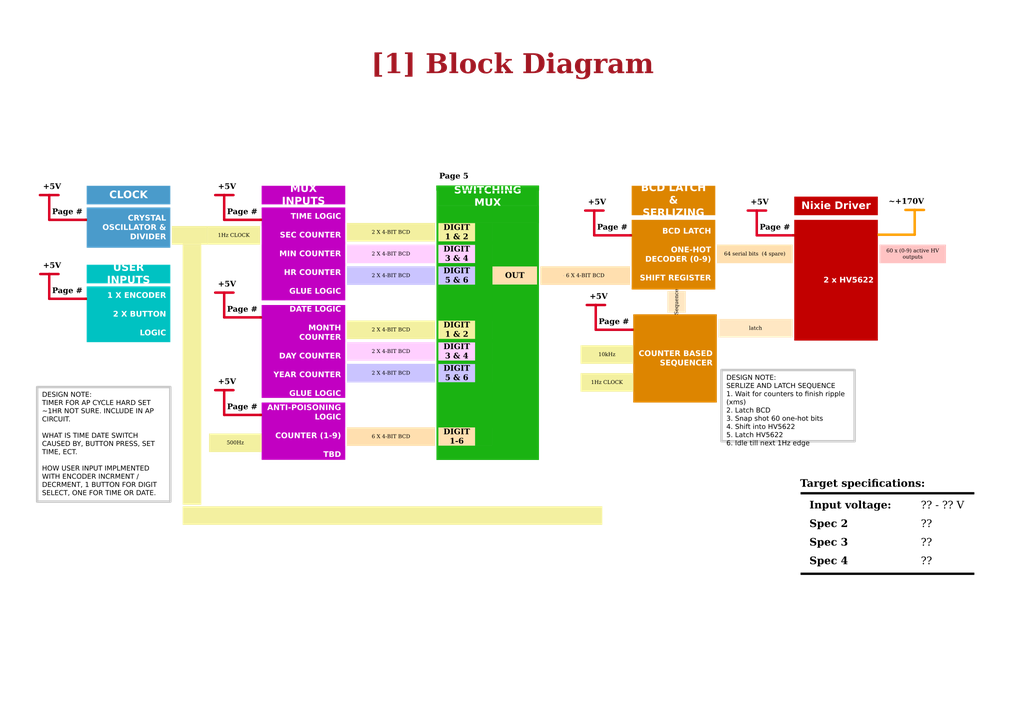
<source format=kicad_sch>
(kicad_sch
	(version 20250114)
	(generator "eeschema")
	(generator_version "9.0")
	(uuid "d4440dba-022e-49b2-97f2-6fc1871c7304")
	(paper "A3")
	(title_block
		(title "Block Diagram")
		(date "2025-01-12")
		(rev "${REVISION}")
		(company "${COMPANY}")
	)
	(lib_symbols)
	(rectangle
		(start 258.445 96.139)
		(end 259.08 96.901)
		(stroke
			(width 0.25)
			(type solid)
			(color 194 0 0 1)
		)
		(fill
			(type color)
			(color 194 0 0 1)
		)
		(uuid 06a90da7-9a86-4843-9c8a-d187caf814ab)
	)
	(rectangle
		(start -42.418 63.119)
		(end -41.783 63.881)
		(stroke
			(width 0.25)
			(type solid)
			(color 255 153 0 1)
		)
		(fill
			(type color)
			(color 255 153 0 1)
		)
		(uuid 12a8f300-c059-4689-9da2-e775c9b7b222)
	)
	(rectangle
		(start 201.93 116.84)
		(end 220.345 183.515)
		(stroke
			(width 0)
			(type default)
			(color 26 179 18 1)
		)
		(fill
			(type color)
			(color 26 179 18 1)
		)
		(uuid 184d4c8d-69e2-411d-8aa5-786395eeddab)
	)
	(rectangle
		(start 179.07 76.2)
		(end 220.98 78.105)
		(stroke
			(width 0.254)
			(type default)
			(color 26 179 18 1)
		)
		(fill
			(type color)
			(color 26 179 18 1)
		)
		(uuid 1c38ab9f-78ac-4525-a905-692b68e0d7be)
	)
	(rectangle
		(start 34.925 122.174)
		(end 35.56 122.936)
		(stroke
			(width 0.25)
			(type solid)
			(color 194 0 0 1)
		)
		(fill
			(type color)
			(color 194 0 0 1)
		)
		(uuid 1ce6bc3d-6cf6-426b-aac5-6f63634d0420)
	)
	(rectangle
		(start 360.045 95.885)
		(end 360.68 96.647)
		(stroke
			(width 0.25)
			(type solid)
			(color 255 153 0 1)
		)
		(fill
			(type color)
			(color 255 153 0 1)
		)
		(uuid 273dad30-1f13-4382-9856-ea5127a4a64b)
	)
	(rectangle
		(start 179.705 116.84)
		(end 220.345 131.445)
		(stroke
			(width 0)
			(type default)
			(color 26 179 18 1)
		)
		(fill
			(type color)
			(color 26 179 18 1)
		)
		(uuid 33939e83-1742-40c8-b78d-5af3b914ab31)
	)
	(rectangle
		(start -59.055 179.959)
		(end -58.42 180.721)
		(stroke
			(width 0.25)
			(type default)
			(color 162 155 0 1)
		)
		(fill
			(type color)
			(color 162 155 0 1)
		)
		(uuid 3b840477-c973-44d9-8a43-b3feac50c6bc)
	)
	(rectangle
		(start 220.345 76.2)
		(end 220.98 188.595)
		(stroke
			(width 0)
			(type default)
			(color 26 179 18 1)
		)
		(fill
			(type color)
			(color 26 179 18 1)
		)
		(uuid 43ad7506-e0d7-49b6-972c-517451df1dd9)
	)
	(rectangle
		(start -73.787 63.119)
		(end -73.152 63.881)
		(stroke
			(width 0.25)
			(type solid)
			(color 194 0 194 1)
		)
		(fill
			(type color)
			(color 194 0 194 1)
		)
		(uuid 4c6cb9bc-6ebc-49a3-893d-9406d03eb74b)
	)
	(rectangle
		(start 179.705 182.88)
		(end 220.345 188.595)
		(stroke
			(width 0)
			(type default)
			(color 26 179 18 1)
		)
		(fill
			(type color)
			(color 26 179 18 1)
		)
		(uuid 5b8a041f-77a3-4fa3-8060-556bb091b3c3)
	)
	(rectangle
		(start 106.68 169.799)
		(end 107.315 170.561)
		(stroke
			(width 0.25)
			(type solid)
			(color 194 0 0 1)
		)
		(fill
			(type color)
			(color 194 0 0 1)
		)
		(uuid 68b86a88-9a2a-4b84-96e0-774369b298d9)
	)
	(rectangle
		(start 259.08 134.874)
		(end 259.715 135.636)
		(stroke
			(width 0.25)
			(type solid)
			(color 194 0 0 1)
		)
		(fill
			(type color)
			(color 194 0 0 1)
		)
		(uuid 69dc4566-730b-4a9b-a2a7-5343808baa86)
	)
	(rectangle
		(start -73.025 74.93)
		(end -42.545 90.17)
		(stroke
			(width 0)
			(type default)
			(color 255 200 0 0.5019607843)
		)
		(fill
			(type color)
			(color 255 200 0 0.5019607843)
		)
		(uuid 6d27083e-baf9-459e-b0dc-430395e74362)
	)
	(rectangle
		(start 34.925 89.789)
		(end 35.56 90.551)
		(stroke
			(width 0.25)
			(type solid)
			(color 194 0 0 1)
		)
		(fill
			(type color)
			(color 194 0 0 1)
		)
		(uuid 70402685-b75b-4b36-9a72-62f7d7d97bb6)
	)
	(rectangle
		(start 179.705 107.95)
		(end 220.345 109.22)
		(stroke
			(width 0)
			(type default)
			(color 26 179 18 1)
		)
		(fill
			(type color)
			(color 26 179 18 1)
		)
		(uuid 74c5f5ac-510e-4c99-8e0e-ca2d145a7687)
	)
	(rectangle
		(start 194.945 91.44)
		(end 201.93 182.88)
		(stroke
			(width 0)
			(type default)
			(color 26 179 18 1)
		)
		(fill
			(type color)
			(color 26 179 18 1)
		)
		(uuid 79f3f361-d24a-482c-aac4-fcbedc64941e)
	)
	(rectangle
		(start 179.705 147.955)
		(end 220.345 149.225)
		(stroke
			(width 0)
			(type default)
			(color 26 179 18 1)
		)
		(fill
			(type color)
			(color 26 179 18 1)
		)
		(uuid 805cb107-c99d-4c0b-abe8-aaa26bb57a4d)
	)
	(rectangle
		(start -80.645 48.26)
		(end -34.925 96.52)
		(stroke
			(width 1.27)
			(type default)
			(color 200 200 200 1)
		)
		(fill
			(type none)
		)
		(uuid 897139e0-9c3f-4923-b42e-05cc6d59978b)
	)
	(rectangle
		(start -90.043 85.09)
		(end -89.027 85.852)
		(stroke
			(width 0.001)
			(type default)
			(color 0 0 0 1)
		)
		(fill
			(type color)
			(color 0 0 0 1)
		)
		(uuid 8fb245d6-696e-46a9-aee0-fc71b1bd2811)
	)
	(rectangle
		(start -73.787 82.169)
		(end -73.152 82.931)
		(stroke
			(width 0.25)
			(type solid)
			(color 194 0 194 1)
		)
		(fill
			(type color)
			(color 194 0 194 1)
		)
		(uuid 926c14cd-51d6-4183-83aa-3acd3f364634)
	)
	(rectangle
		(start 328.422 234.95)
		(end 399.542 235.712)
		(stroke
			(width 0)
			(type default)
			(color 0 0 0 1)
		)
		(fill
			(type color)
			(color 0 0 0 1)
		)
		(uuid 96358351-64fb-49b9-98d4-c975a586b1c3)
	)
	(rectangle
		(start 179.705 139.065)
		(end 220.345 140.335)
		(stroke
			(width 0)
			(type default)
			(color 26 179 18 1)
		)
		(fill
			(type color)
			(color 26 179 18 1)
		)
		(uuid 9f003ee0-d678-41c9-8943-8984c9b88122)
	)
	(rectangle
		(start 179.705 156.845)
		(end 220.345 175.26)
		(stroke
			(width 0)
			(type default)
			(color 26 179 18 1)
		)
		(fill
			(type color)
			(color 26 179 18 1)
		)
		(uuid a0829d77-6f0d-4b5f-a234-3cb3747f5655)
	)
	(rectangle
		(start -42.418 82.169)
		(end -41.783 82.931)
		(stroke
			(width 0.25)
			(type default)
			(color 212 0 32 1)
		)
		(fill
			(type color)
			(color 212 0 32 1)
		)
		(uuid b511ed02-73dc-4aca-8856-32e3a0e7b2bd)
	)
	(rectangle
		(start 106.68 129.794)
		(end 107.315 130.556)
		(stroke
			(width 0.25)
			(type solid)
			(color 194 0 0 1)
		)
		(fill
			(type color)
			(color 194 0 0 1)
		)
		(uuid b9f2e5ef-b700-4338-83f0-642e7313af39)
	)
	(circle
		(center -89.535 82.55)
		(radius 1.016)
		(stroke
			(width 0)
			(type default)
			(color 198 71 194 1)
		)
		(fill
			(type color)
			(color 198 71 194 1)
		)
		(uuid c30887ce-e8b0-4e61-8035-f856b5a10339)
	)
	(rectangle
		(start 328.422 201.93)
		(end 399.542 202.692)
		(stroke
			(width 0)
			(type default)
			(color 0 0 0 1)
		)
		(fill
			(type color)
			(color 0 0 0 1)
		)
		(uuid ca4906af-4562-456f-b79d-f6f2c9056c36)
	)
	(rectangle
		(start -73.025 55.88)
		(end -42.545 71.12)
		(stroke
			(width 0)
			(type default)
			(color 255 200 0 0.5019607843)
		)
		(fill
			(type color)
			(color 255 200 0 0.5019607843)
		)
		(uuid d13c4f55-d46a-439a-a208-cbdf66d39a09)
	)
	(rectangle
		(start 179.705 99.06)
		(end 220.345 100.33)
		(stroke
			(width 0)
			(type default)
			(color 26 179 18 1)
		)
		(fill
			(type color)
			(color 26 179 18 1)
		)
		(uuid d638a22e-ba23-482a-bc2c-e646a4f2119d)
	)
	(rectangle
		(start 179.07 76.2)
		(end 179.705 188.595)
		(stroke
			(width 0)
			(type default)
			(color 26 179 18 1)
		)
		(fill
			(type color)
			(color 26 179 18 1)
		)
		(uuid dc9ef58a-3544-4871-98b7-f59b2deb6c2b)
	)
	(rectangle
		(start 201.93 91.44)
		(end 220.345 107.95)
		(stroke
			(width 0)
			(type default)
			(color 26 179 18 1)
		)
		(fill
			(type color)
			(color 26 179 18 1)
		)
		(uuid e30c19e9-67d6-4732-9ed7-5e02fda8622b)
	)
	(arc
		(start 231.14 113.03)
		(mid 231.14 113.03)
		(end 231.14 113.03)
		(stroke
			(width 0)
			(type default)
		)
		(fill
			(type none)
		)
		(uuid e91c3dd4-8c48-4760-b3e6-fb8a0aaf30fa)
	)
	(rectangle
		(start 325.12 96.139)
		(end 325.755 96.901)
		(stroke
			(width 0.25)
			(type solid)
			(color 194 0 0 1)
		)
		(fill
			(type color)
			(color 194 0 0 1)
		)
		(uuid eb924bb9-d4a1-48f0-8e8b-19adc91e1f01)
	)
	(rectangle
		(start 106.68 89.789)
		(end 107.315 90.551)
		(stroke
			(width 0.25)
			(type solid)
			(color 194 0 0 1)
		)
		(fill
			(type color)
			(color 194 0 0 1)
		)
		(uuid f29c5093-d601-4cf9-930c-aa7a1d80ce89)
	)
	(rectangle
		(start 179.705 84.455)
		(end 220.98 91.44)
		(stroke
			(width 0)
			(type default)
			(color 26 179 18 1)
		)
		(fill
			(type color)
			(color 26 179 18 1)
		)
		(uuid f6ac3050-3d82-4a34-858d-91b5402f431f)
	)
	(circle
		(center -89.535 63.5)
		(radius 1.016)
		(stroke
			(width 0)
			(type default)
			(color 198 71 194 1)
		)
		(fill
			(type color)
			(color 198 71 194 1)
		)
		(uuid fb962045-e3ad-427d-8e13-7189ce103507)
	)
	(text "+5V"
		(exclude_from_sim no)
		(at 241.173 85.09 0)
		(effects
			(font
				(face "Times New Roman")
				(size 2.286 2.286)
				(thickness 0.4572)
				(bold yes)
				(color 0 0 0 1)
			)
			(justify left bottom)
		)
		(uuid "03be31ff-671c-4c54-aa03-c272c3efeba5")
	)
	(text "+12V"
		(exclude_from_sim no)
		(at -94.615 52.07 0)
		(effects
			(font
				(face "Times New Roman")
				(size 2.286 2.286)
				(thickness 0.4572)
				(bold yes)
				(color 0 0 0 1)
			)
			(justify left bottom)
		)
		(uuid "101bf075-2779-4382-8921-8033e4839d29")
	)
	(text "+5V"
		(exclude_from_sim no)
		(at 89.408 78.74 0)
		(effects
			(font
				(face "Times New Roman")
				(size 2.286 2.286)
				(thickness 0.4572)
				(bold yes)
				(color 0 0 0 1)
			)
			(justify left bottom)
		)
		(uuid "39341b2a-1021-4196-8cb1-5d1afed5b85e")
	)
	(text "+5V"
		(exclude_from_sim no)
		(at 307.848 85.09 0)
		(effects
			(font
				(face "Times New Roman")
				(size 2.286 2.286)
				(thickness 0.4572)
				(bold yes)
				(color 0 0 0 1)
			)
			(justify left bottom)
		)
		(uuid "48c5ec7f-e7eb-442c-8af0-a6cb155673c2")
	)
	(text "DESIGN CONSIDERATIONS"
		(exclude_from_sim no)
		(at 24.13 -48.26 0)
		(effects
			(font
				(face "Arial")
				(size 5 5)
				(bold yes)
				(color 53 60 207 1)
			)
			(justify left bottom)
		)
		(uuid "664f50ee-7027-4085-a7e7-a85f0dd7b2b1")
	)
	(text "+A3V3"
		(exclude_from_sim no)
		(at -80.645 172.085 0)
		(effects
			(font
				(face "Times New Roman")
				(size 2.286 2.286)
				(thickness 0.4572)
				(bold yes)
				(color 0 0 0 1)
			)
			(justify left bottom)
		)
		(uuid "7cb39811-7e9e-4b6a-b7ed-352cfdbf227b")
	)
	(text "+5V"
		(exclude_from_sim no)
		(at 17.653 111.125 0)
		(effects
			(font
				(face "Times New Roman")
				(size 2.286 2.286)
				(thickness 0.4572)
				(bold yes)
				(color 0 0 0 1)
			)
			(justify left bottom)
		)
		(uuid "89127412-fe4a-42e4-bab3-c545ee7b32c4")
	)
	(text "+5V"
		(exclude_from_sim no)
		(at -24.765 71.12 0)
		(effects
			(font
				(face "Times New Roman")
				(size 2.286 2.286)
				(thickness 0.4572)
				(bold yes)
				(color 0 0 0 1)
			)
			(justify right bottom)
		)
		(uuid "ad6e3829-3684-4af1-9a28-ced841b0c880")
	)
	(text "+5V"
		(exclude_from_sim no)
		(at 17.653 78.74 0)
		(effects
			(font
				(face "Times New Roman")
				(size 2.286 2.286)
				(thickness 0.4572)
				(bold yes)
				(color 0 0 0 1)
			)
			(justify left bottom)
		)
		(uuid "c97acf93-22ac-44f7-a785-c33eecbc5677")
	)
	(text "+5V"
		(exclude_from_sim no)
		(at 89.408 158.75 0)
		(effects
			(font
				(face "Times New Roman")
				(size 2.286 2.286)
				(thickness 0.4572)
				(bold yes)
				(color 0 0 0 1)
			)
			(justify left bottom)
		)
		(uuid "c9a4eaa4-0a86-45c2-9ad2-92484d5dc68c")
	)
	(text "+5V"
		(exclude_from_sim no)
		(at 89.408 118.745 0)
		(effects
			(font
				(face "Times New Roman")
				(size 2.286 2.286)
				(thickness 0.4572)
				(bold yes)
				(color 0 0 0 1)
			)
			(justify left bottom)
		)
		(uuid "da08e3b8-0ff9-4bc6-9292-2aab6ca4a80b")
	)
	(text "~+170V"
		(exclude_from_sim no)
		(at 378.968 84.836 0)
		(effects
			(font
				(face "Times New Roman")
				(size 2.286 2.286)
				(thickness 0.4572)
				(bold yes)
				(color 0 0 0 1)
			)
			(justify right bottom)
		)
		(uuid "eccb7405-8924-48c7-84a7-84602260a3b9")
	)
	(text "+5V"
		(exclude_from_sim no)
		(at 241.808 123.825 0)
		(effects
			(font
				(face "Times New Roman")
				(size 2.286 2.286)
				(thickness 0.4572)
				(bold yes)
				(color 0 0 0 1)
			)
			(justify left bottom)
		)
		(uuid "f5ed18c5-07cc-42a1-9140-04347d94a35e")
	)
	(text "~+170V"
		(exclude_from_sim no)
		(at -23.495 52.07 0)
		(effects
			(font
				(face "Times New Roman")
				(size 2.286 2.286)
				(thickness 0.4572)
				(bold yes)
				(color 0 0 0 1)
			)
			(justify right bottom)
		)
		(uuid "f6a5ad4b-42cb-4635-94fa-d83f0234055d")
	)
	(text_box ""
		(exclude_from_sim no)
		(at 74.93 207.645 0)
		(size 172.085 7.62)
		(margins 1.7144 1.7144 1.7144 1.7144)
		(stroke
			(width -0.0001)
			(type solid)
		)
		(fill
			(type color)
			(color 243 240 160 1)
		)
		(effects
			(font
				(face "Times New Roman")
				(size 1.524 1.524)
				(italic yes)
				(color 0 0 0 1)
			)
		)
		(uuid "053416e3-af94-4a7f-b7e9-b12bd7f3d421")
	)
	(text_box "2 x HV5622"
		(exclude_from_sim no)
		(at 325.755 90.17 0)
		(size 34.29 49.53)
		(margins 1.7144 1.7144 1.7144 1.7144)
		(stroke
			(width -0.0001)
			(type solid)
		)
		(fill
			(type color)
			(color 194 0 0 1)
		)
		(effects
			(font
				(face "Arial")
				(size 2.286 2.286)
				(bold yes)
				(color 255 255 255 1)
			)
			(justify right)
		)
		(uuid "075e9859-4258-4e2f-9401-17a638ee67f7")
	)
	(text_box "10kHz"
		(exclude_from_sim no)
		(at 238.125 141.605 0)
		(size 21.59 7.62)
		(margins 1.7144 1.7144 1.7144 1.7144)
		(stroke
			(width -0.0001)
			(type solid)
		)
		(fill
			(type color)
			(color 243 240 160 1)
		)
		(effects
			(font
				(face "Times New Roman")
				(size 1.524 1.524)
				(italic yes)
				(color 0 0 0 1)
			)
		)
		(uuid "07602909-744f-4055-990b-5ad515bd2bab")
	)
	(text_box "BCD LATCH & SERLIZING "
		(exclude_from_sim no)
		(at 259.08 76.2 0)
		(size 34.29 12.065)
		(margins 2.2859 2.2859 2.2859 2.2859)
		(stroke
			(width -0.0001)
			(type solid)
		)
		(fill
			(type color)
			(color 221 133 0 1)
		)
		(effects
			(font
				(face "Arial")
				(size 3.048 3.048)
				(bold yes)
				(color 255 255 255 1)
			)
		)
		(uuid "08792924-1597-48a7-a535-4ea702d4e92a")
	)
	(text_box "DESIGN NOTE:\nExample text for informational design notes."
		(exclude_from_sim no)
		(at 24.13 -45.085 0)
		(size 30.48 20.32)
		(margins 2 2 2 2)
		(stroke
			(width 1)
			(type solid)
			(color 200 200 200 1)
		)
		(fill
			(type none)
		)
		(effects
			(font
				(face "Arial")
				(size 2 2)
				(color 0 0 0 1)
			)
			(justify left top)
		)
		(uuid "093dfa21-71e6-46dd-9a96-20d2a444c1cf")
	)
	(text_box "Spec 4"
		(exclude_from_sim no)
		(at 329.692 226.06 0)
		(size 44.45 7.62)
		(margins 2.2859 2.2859 2.2859 2.2859)
		(stroke
			(width -0.0001)
			(type default)
		)
		(fill
			(type none)
		)
		(effects
			(font
				(face "Times New Roman")
				(size 3.048 3.048)
				(thickness 0.4572)
				(bold yes)
				(color 0 0 0 1)
			)
			(justify left top)
		)
		(uuid "0b8fa12d-be48-46d8-a337-f14f24e9a703")
	)
	(text_box "\nBLOCK B\nBLOCK C\n\nBLOCK D"
		(exclude_from_sim no)
		(at -58.42 158.75 0)
		(size 34.29 26.67)
		(margins 1.7144 1.7144 1.7144 1.7144)
		(stroke
			(width -0.0001)
			(type default)
		)
		(fill
			(type color)
			(color 74 155 203 1)
		)
		(effects
			(font
				(face "Arial")
				(size 2.286 2.286)
				(bold yes)
				(color 255 255 255 1)
			)
			(justify right)
		)
		(uuid "0ca6e80b-6bc5-4e32-b003-d47921d4eb4e")
	)
	(text_box "DESIGN NOTE:\nTIMER FOR AP CYCLE HARD SET ~1HR NOT SURE. INCLUDE IN AP CIRCUIT.\n\nWHAT IS TIME DATE SWITCH CAUSED BY, BUTTON PRESS, SET TIME, ECT.\n\nHOW USER INPUT IMPLMENTED WITH ENCODER INCRMENT / DECRMENT, 1 BUTTON FOR DIGIT SELECT, ONE FOR TIME OR DATE."
		(exclude_from_sim no)
		(at 15.24 158.75 0)
		(size 54.61 46.99)
		(margins 2 2 2 2)
		(stroke
			(width 1)
			(type solid)
			(color 200 200 200 1)
		)
		(fill
			(type none)
		)
		(effects
			(font
				(face "Arial")
				(size 2 2)
				(color 0 0 0 1)
			)
			(justify left top)
		)
		(uuid "0d69c6a1-bc4d-45b4-b52e-70a9645d5bcb")
	)
	(text_box ""
		(exclude_from_sim no)
		(at 70.485 92.71 0)
		(size 14.605 7.62)
		(margins 1.7144 1.7144 1.7144 1.7144)
		(stroke
			(width -0.0001)
			(type solid)
		)
		(fill
			(type color)
			(color 243 240 160 1)
		)
		(effects
			(font
				(face "Times New Roman")
				(size 1.524 1.524)
				(italic yes)
				(color 0 0 0 1)
			)
		)
		(uuid "0e5f91dd-acae-4d5d-90f5-0fe2d3de6dba")
	)
	(text_box "1Hz CLOCK"
		(exclude_from_sim no)
		(at 238.125 153.035 0)
		(size 21.59 7.62)
		(margins 1.7144 1.7144 1.7144 1.7144)
		(stroke
			(width -0.0001)
			(type solid)
		)
		(fill
			(type color)
			(color 243 240 160 1)
		)
		(effects
			(font
				(face "Times New Roman")
				(size 1.524 1.524)
				(italic yes)
				(color 0 0 0 1)
			)
		)
		(uuid "111ba726-a3f1-4cd9-9d0f-7f1b940468c2")
	)
	(text_box "Page #"
		(exclude_from_sim no)
		(at 17.78 116.205 0)
		(size 17.78 5.08)
		(margins 1.7144 1.7144 1.7144 1.7144)
		(stroke
			(width -0.0001)
			(type default)
		)
		(fill
			(type none)
		)
		(effects
			(font
				(face "Times New Roman")
				(size 2.286 2.286)
				(thickness 0.4572)
				(bold yes)
				(color 0 0 0 1)
			)
			(justify right top)
		)
		(uuid "15642135-ee5d-4fbb-9a86-3d4a03d1441e")
	)
	(text_box "?? - ?? V"
		(exclude_from_sim no)
		(at 375.412 203.2 0)
		(size 24.13 7.62)
		(margins 2.2859 2.2859 2.2859 2.2859)
		(stroke
			(width -0.0001)
			(type default)
		)
		(fill
			(type none)
		)
		(effects
			(font
				(face "Times New Roman")
				(size 3.048 3.048)
				(color 0 0 0 1)
			)
			(justify left top)
		)
		(uuid "15dd005a-2a1f-436c-a9b8-4953c7e00daf")
	)
	(text_box "6 X 4-BIT BCD"
		(exclude_from_sim no)
		(at 221.615 109.22 0)
		(size 36.83 7.62)
		(margins 1.7144 1.7144 1.7144 1.7144)
		(stroke
			(width -0.0001)
			(type solid)
		)
		(fill
			(type color)
			(color 255 223 175 1)
		)
		(effects
			(font
				(face "Times New Roman")
				(size 1.524 1.524)
				(italic yes)
				(color 0 0 0 1)
			)
		)
		(uuid "1954c1ec-e6a2-4fa2-99ce-f30f25a00f26")
	)
	(text_box "64 serial bits  (4 spare)"
		(exclude_from_sim no)
		(at 294.005 100.33 0)
		(size 31.115 7.62)
		(margins 1.7144 1.7144 1.7144 1.7144)
		(stroke
			(width -0.0001)
			(type solid)
		)
		(fill
			(type color)
			(color 255 223 175 1)
		)
		(effects
			(font
				(face "Times New Roman")
				(size 1.524 1.524)
				(italic yes)
				(color 0 0 0 1)
			)
		)
		(uuid "19c7ea31-19bb-4ccd-bedc-916a936ac1c5")
	)
	(text_box "HV Boost\nMax xxx mA"
		(exclude_from_sim no)
		(at -70.485 58.42 0)
		(size 25.4 10.16)
		(margins 1.7144 1.7144 1.7144 1.7144)
		(stroke
			(width -0.0001)
			(type solid)
		)
		(fill
			(type none)
		)
		(effects
			(font
				(face "Arial")
				(size 2.286 2.286)
				(thickness 0.254)
				(bold yes)
				(color 0 0 0 1)
			)
			(justify left top)
		)
		(uuid "2663f24d-cd9a-4dae-a281-16b6b61253ad")
	)
	(text_box "??"
		(exclude_from_sim no)
		(at 375.412 226.06 0)
		(size 24.13 7.62)
		(margins 2.2859 2.2859 2.2859 2.2859)
		(stroke
			(width -0.0001)
			(type default)
		)
		(fill
			(type none)
		)
		(effects
			(font
				(face "Times New Roman")
				(size 3.048 3.048)
				(color 0 0 0 1)
			)
			(justify left top)
		)
		(uuid "286ce998-255c-48c3-a453-7c9a43b4377f")
	)
	(text_box "Page #"
		(exclude_from_sim no)
		(at 241.3 90.17 0)
		(size 17.78 5.08)
		(margins 1.7144 1.7144 1.7144 1.7144)
		(stroke
			(width -0.0001)
			(type default)
		)
		(fill
			(type none)
		)
		(effects
			(font
				(face "Times New Roman")
				(size 2.286 2.286)
				(thickness 0.4572)
				(bold yes)
				(color 0 0 0 1)
			)
			(justify right top)
		)
		(uuid "294be89d-c241-408d-ac82-18df9f162c65")
	)
	(text_box "DESIGN NOTE:\nExample text for debug notes."
		(exclude_from_sim no)
		(at 59.055 -45.085 0)
		(size 30.48 20.32)
		(margins 2 2 2 2)
		(stroke
			(width 1)
			(type solid)
			(color 255 165 0 1)
		)
		(fill
			(type none)
		)
		(effects
			(font
				(face "Arial")
				(size 2 2)
				(color 0 0 0 1)
			)
			(justify left top)
		)
		(uuid "2e573953-8588-471e-9f05-2baa9b304590")
	)
	(text_box "SWITCHING MUX"
		(exclude_from_sim no)
		(at 179.705 76.835 0)
		(size 40.64 7.62)
		(margins 2.2859 2.2859 2.2859 2.2859)
		(stroke
			(width -0.0001)
			(type solid)
		)
		(fill
			(type color)
			(color 26 179 18 1)
		)
		(effects
			(font
				(face "Arial")
				(size 3.048 3.048)
				(bold yes)
				(color 255 255 255 1)
			)
		)
		(uuid "303e44ee-abec-47f8-8dea-369c5a3e7105")
	)
	(text_box "BCD LATCH\n\nONE-HOT DECODER (0-9)\n\nSHIFT REGISTER"
		(exclude_from_sim no)
		(at 259.08 90.17 0)
		(size 34.29 28.575)
		(margins 1.7144 1.7144 1.7144 1.7144)
		(stroke
			(width -0.0001)
			(type solid)
		)
		(fill
			(type color)
			(color 221 133 0 1)
		)
		(effects
			(font
				(face "Arial")
				(size 2.286 2.286)
				(bold yes)
				(color 255 255 255 1)
			)
			(justify right)
		)
		(uuid "3876e24b-eb64-40f0-82f4-8ed551a76338")
	)
	(text_box "CRYSTAL OSCILLATOR & DIVIDER"
		(exclude_from_sim no)
		(at 35.56 85.09 0)
		(size 34.29 16.51)
		(margins 1.7144 1.7144 1.7144 1.7144)
		(stroke
			(width -0.0001)
			(type solid)
		)
		(fill
			(type color)
			(color 74 155 203 1)
		)
		(effects
			(font
				(face "Arial")
				(size 2.286 2.286)
				(bold yes)
				(color 255 255 255 1)
			)
			(justify right)
		)
		(uuid "3910b3f6-1cc5-449c-afe1-9650f7f39464")
	)
	(text_box "60 x (0-9) active HV outputs"
		(exclude_from_sim no)
		(at 360.68 100.33 0)
		(size 27.305 7.62)
		(margins 1.1429 1.1429 1.1429 1.1429)
		(stroke
			(width -0.0001)
			(type solid)
		)
		(fill
			(type color)
			(color 255 195 195 1)
		)
		(effects
			(font
				(face "Times New Roman")
				(size 1.524 1.524)
				(italic yes)
				(color 0 0 0 1)
			)
		)
		(uuid "3a94088b-fb0e-4e61-ac4e-4b2822eb3025")
	)
	(text_box "MUX INPUTS"
		(exclude_from_sim no)
		(at 107.315 76.2 0)
		(size 34.29 7.62)
		(margins 2.2859 2.2859 2.2859 2.2859)
		(stroke
			(width -0.0001)
			(type solid)
		)
		(fill
			(type color)
			(color 194 0 194 1)
		)
		(effects
			(font
				(face "Arial")
				(size 3.048 3.048)
				(bold yes)
				(color 255 255 255 1)
			)
		)
		(uuid "3e87b546-b6dc-4fa4-9348-4f1c2934ca37")
	)
	(text_box "Page #"
		(exclude_from_sim no)
		(at 17.78 83.82 0)
		(size 17.78 5.08)
		(margins 1.7144 1.7144 1.7144 1.7144)
		(stroke
			(width -0.0001)
			(type default)
		)
		(fill
			(type none)
		)
		(effects
			(font
				(face "Times New Roman")
				(size 2.286 2.286)
				(thickness 0.4572)
				(bold yes)
				(color 0 0 0 1)
			)
			(justify right top)
		)
		(uuid "437beeb4-8fab-4629-8a22-68c4be7a2c41")
	)
	(text_box ""
		(exclude_from_sim no)
		(at 74.93 100.33 90)
		(size 7.62 106.68)
		(margins 1.7144 1.7144 1.7144 1.7144)
		(stroke
			(width -0.0001)
			(type solid)
		)
		(fill
			(type color)
			(color 243 240 160 1)
		)
		(effects
			(font
				(face "Times New Roman")
				(size 1.524 1.524)
				(italic yes)
				(color 0 0 0 1)
			)
		)
		(uuid "450d164f-20cb-411f-ad98-7b1c88cb7647")
	)
	(text_box "DIGIT 5 & 6"
		(exclude_from_sim no)
		(at 179.705 149.225 0)
		(size 15.24 7.62)
		(margins 1.7144 1.7144 1.7144 1.7144)
		(stroke
			(width -0.0001)
			(type solid)
		)
		(fill
			(type color)
			(color 202 196 255 1)
		)
		(effects
			(font
				(face "Times New Roman")
				(size 2.286 2.286)
				(bold yes)
				(color 0 0 0 1)
			)
		)
		(uuid "455b529d-2342-41b7-ba50-14f31273f6c0")
	)
	(text_box "Page #"
		(exclude_from_sim no)
		(at 307.975 90.17 0)
		(size 17.78 5.08)
		(margins 1.7144 1.7144 1.7144 1.7144)
		(stroke
			(width -0.0001)
			(type default)
		)
		(fill
			(type none)
		)
		(effects
			(font
				(face "Times New Roman")
				(size 2.286 2.286)
				(thickness 0.4572)
				(bold yes)
				(color 0 0 0 1)
			)
			(justify right top)
		)
		(uuid "506c17c2-9ed0-4dd5-871a-fbc99df35ab8")
	)
	(text_box "Page #"
		(exclude_from_sim no)
		(at 89.535 163.83 0)
		(size 17.78 5.08)
		(margins 1.7144 1.7144 1.7144 1.7144)
		(stroke
			(width -0.0001)
			(type default)
		)
		(fill
			(type none)
		)
		(effects
			(font
				(face "Times New Roman")
				(size 2.286 2.286)
				(thickness 0.4572)
				(bold yes)
				(color 0 0 0 1)
			)
			(justify right top)
		)
		(uuid "5b1d78d2-13b4-4123-9d5c-f13da0f08025")
	)
	(text_box "Port Name"
		(exclude_from_sim no)
		(at -66.04 249.555 0)
		(size 31.75 7.62)
		(margins 1.7144 1.7144 1.7144 1.7144)
		(stroke
			(width -0.0001)
			(type default)
		)
		(fill
			(type color)
			(color 243 240 160 1)
		)
		(effects
			(font
				(face "Times New Roman")
				(size 2.286 2.286)
				(italic yes)
				(color 0 0 0 1)
			)
		)
		(uuid "5ce5a322-8350-4910-8fa8-1f7f1d462e6a")
	)
	(text_box "Sequence"
		(exclude_from_sim no)
		(at 273.685 119.38 90)
		(size 7.62 8.89)
		(margins 1.1429 1.1429 1.1429 1.1429)
		(stroke
			(width -0.0001)
			(type solid)
		)
		(fill
			(type color)
			(color 255 231 195 1)
		)
		(effects
			(font
				(face "Times New Roman")
				(size 1.524 1.524)
				(italic yes)
				(color 0 0 0 1)
			)
		)
		(uuid "5f4a2d80-9818-43e5-9ca8-d8665fb36805")
	)
	(text_box "Page #"
		(exclude_from_sim no)
		(at 89.535 123.825 0)
		(size 17.78 5.08)
		(margins 1.7144 1.7144 1.7144 1.7144)
		(stroke
			(width -0.0001)
			(type default)
		)
		(fill
			(type none)
		)
		(effects
			(font
				(face "Times New Roman")
				(size 2.286 2.286)
				(thickness 0.4572)
				(bold yes)
				(color 0 0 0 1)
			)
			(justify right top)
		)
		(uuid "64846197-25b0-465e-a2cb-6bd6b049e04d")
	)
	(text_box "2 X 4-BIT BCD"
		(exclude_from_sim no)
		(at 142.24 131.445 0)
		(size 36.195 7.62)
		(margins 1.7144 1.7144 1.7144 1.7144)
		(stroke
			(width -0.0001)
			(type solid)
		)
		(fill
			(type color)
			(color 243 240 160 1)
		)
		(effects
			(font
				(face "Times New Roman")
				(size 1.524 1.524)
				(italic yes)
				(color 0 0 0 1)
			)
		)
		(uuid "64ffc59d-b7f2-4d5a-93cb-fd10c6653bd2")
	)
	(text_box "LAYOUT NOTE:\nExample text for critical layout guidelines."
		(exclude_from_sim no)
		(at 163.83 -45.085 0)
		(size 30.48 20.32)
		(margins 2.25 2.25 2.25 2.25)
		(stroke
			(width 1.5)
			(type solid)
			(color 0 0 255 1)
		)
		(fill
			(type none)
		)
		(effects
			(font
				(face "Arial")
				(size 2 2)
				(thickness 0.4)
				(bold yes)
				(color 0 0 255 1)
			)
			(justify left top)
		)
		(uuid "6ac9a1f3-1f43-4462-8329-a7c0d058ebf8")
	)
	(text_box "Page #"
		(exclude_from_sim no)
		(at 89.535 83.82 0)
		(size 17.78 5.08)
		(margins 1.7144 1.7144 1.7144 1.7144)
		(stroke
			(width -0.0001)
			(type default)
		)
		(fill
			(type none)
		)
		(effects
			(font
				(face "Times New Roman")
				(size 2.286 2.286)
				(thickness 0.4572)
				(bold yes)
				(color 0 0 0 1)
			)
			(justify right top)
		)
		(uuid "6f4df2c0-b2b2-4d40-9a35-d9418bb2bb1d")
	)
	(text_box "Page #"
		(exclude_from_sim no)
		(at -76.2 186.69 0)
		(size 17.78 5.08)
		(margins 1.7144 1.7144 1.7144 1.7144)
		(stroke
			(width -0.0001)
			(type default)
		)
		(fill
			(type none)
		)
		(effects
			(font
				(face "Times New Roman")
				(size 2.286 2.286)
				(thickness 0.4572)
				(bold yes)
				(color 0 0 0 1)
			)
			(justify right top)
			(href "#")
		)
		(uuid "71234750-6a94-4706-b48c-45e77bb2fa83")
	)
	(text_box "COUNTER BASED SEQUENCER"
		(exclude_from_sim no)
		(at 259.715 128.905 0)
		(size 34.29 36.195)
		(margins 1.7144 1.7144 1.7144 1.7144)
		(stroke
			(width -0.0001)
			(type solid)
		)
		(fill
			(type color)
			(color 221 133 0 1)
		)
		(effects
			(font
				(face "Arial")
				(size 2.286 2.286)
				(bold yes)
				(color 255 255 255 1)
			)
			(justify right)
		)
		(uuid "7353f8db-da3f-407d-83ab-422559c4d15e")
	)
	(text_box "[${#}] ${TITLE}"
		(exclude_from_sim no)
		(at 144.78 20.32 0)
		(size 130.81 12.7)
		(margins 5.9999 5.9999 5.9999 5.9999)
		(stroke
			(width -0.0001)
			(type default)
		)
		(fill
			(type none)
		)
		(effects
			(font
				(face "Times New Roman")
				(size 8 8)
				(thickness 1.2)
				(bold yes)
				(color 162 22 34 1)
			)
		)
		(uuid "73b2b29c-2473-4e80-be0b-4f57c6856c3e")
	)
	(text_box "DESIGN NOTE:\nExample text for critical design notes."
		(exclude_from_sim no)
		(at 128.905 -45.085 0)
		(size 30.48 20.32)
		(margins 2.25 2.25 2.25 2.25)
		(stroke
			(width 1.5)
			(type solid)
			(color 255 0 0 1)
		)
		(fill
			(type none)
		)
		(effects
			(font
				(face "Arial")
				(size 2 2)
				(thickness 0.4)
				(bold yes)
				(color 255 0 0 1)
			)
			(justify left top)
		)
		(uuid "7536fb3b-a1e2-44bf-b390-dceba1285053")
	)
	(text_box "??"
		(exclude_from_sim no)
		(at 375.412 210.82 0)
		(size 24.13 7.62)
		(margins 2.2859 2.2859 2.2859 2.2859)
		(stroke
			(width -0.0001)
			(type default)
		)
		(fill
			(type none)
		)
		(effects
			(font
				(face "Times New Roman")
				(size 3.048 3.048)
				(color 0 0 0 1)
			)
			(justify left top)
		)
		(uuid "79a60212-4382-435d-b74b-f889451ff3a1")
	)
	(text_box "Input voltage:"
		(exclude_from_sim no)
		(at 329.692 203.2 0)
		(size 41.91 7.62)
		(margins 2.2859 2.2859 2.2859 2.2859)
		(stroke
			(width -0.0001)
			(type default)
		)
		(fill
			(type none)
		)
		(effects
			(font
				(face "Times New Roman")
				(size 3.048 3.048)
				(thickness 0.4572)
				(bold yes)
				(color 0 0 0 1)
			)
			(justify left top)
		)
		(uuid "7a48ef1e-fc21-4f84-87ab-2b944a808bd0")
	)
	(text_box "CLOCK"
		(exclude_from_sim no)
		(at 35.56 76.2 0)
		(size 34.29 7.62)
		(margins 2.2859 2.2859 2.2859 2.2859)
		(stroke
			(width -0.0001)
			(type solid)
		)
		(fill
			(type color)
			(color 74 155 203 1)
		)
		(effects
			(font
				(face "Arial")
				(size 3.048 3.048)
				(bold yes)
				(color 255 255 255 1)
			)
		)
		(uuid "7a77dff7-2b2f-4cc0-b247-3708c3bf73e3")
	)
	(text_box "Port Name"
		(exclude_from_sim no)
		(at -114.3 246.38 0)
		(size 34.29 7.62)
		(margins 1.7144 1.7144 1.7144 1.7144)
		(stroke
			(width -0.0001)
			(type default)
		)
		(fill
			(type color)
			(color 255 207 255 1)
		)
		(effects
			(font
				(face "Times New Roman")
				(size 2.286 2.286)
				(italic yes)
				(color 0 0 0 1)
			)
		)
		(uuid "84849006-fb86-4477-a3f4-4ca49bfeb231")
	)
	(text_box "DESIGN NOTE:\nExample text for cautionary design notes."
		(exclude_from_sim no)
		(at 93.98 -45.085 0)
		(size 30.48 20.32)
		(margins 2 2 2 2)
		(stroke
			(width 1)
			(type solid)
			(color 250 236 0 1)
		)
		(fill
			(type none)
		)
		(effects
			(font
				(face "Arial")
				(size 2 2)
				(color 0 0 0 1)
			)
			(justify left top)
		)
		(uuid "84e344d2-cbd1-4d83-bed0-f10e949015d3")
	)
	(text_box "USER INPUTS"
		(exclude_from_sim no)
		(at 35.56 108.585 0)
		(size 34.29 7.62)
		(margins 2.2859 2.2859 2.2859 2.2859)
		(stroke
			(width -0.0001)
			(type solid)
		)
		(fill
			(type color)
			(color 0 194 194 1)
		)
		(effects
			(font
				(face "Arial")
				(size 3.048 3.048)
				(bold yes)
				(color 255 255 255 1)
			)
		)
		(uuid "86adaf35-d906-4de9-908a-64a8d7118d6b")
	)
	(text_box "Page #"
		(exclude_from_sim no)
		(at -76.2 158.75 0)
		(size 17.78 5.08)
		(margins 1.7144 1.7144 1.7144 1.7144)
		(stroke
			(width -0.0001)
			(type default)
		)
		(fill
			(type none)
		)
		(effects
			(font
				(face "Times New Roman")
				(size 2.286 2.286)
				(thickness 0.4572)
				(bold yes)
				(color 0 0 0 1)
			)
			(justify right top)
		)
		(uuid "87f20548-41ba-4502-b504-e75401f699bf")
	)
	(text_box "DATE LOGIC\n\nMONTH COUNTER\n\nDAY COUNTER\n\nYEAR COUNTER\n\nGLUE LOGIC"
		(exclude_from_sim no)
		(at 107.315 125.095 0)
		(size 34.29 38.1)
		(margins 1.7144 1.7144 1.7144 1.7144)
		(stroke
			(width -0.0001)
			(type solid)
		)
		(fill
			(type color)
			(color 194 0 194 1)
		)
		(effects
			(font
				(face "Arial")
				(size 2.286 2.286)
				(bold yes)
				(color 255 255 255 1)
			)
			(justify right)
		)
		(uuid "883e405a-4572-4760-8eb4-84fc8fada71b")
	)
	(text_box "DIGIT 5 & 6"
		(exclude_from_sim no)
		(at 179.705 109.22 0)
		(size 15.24 7.62)
		(margins 1.7144 1.7144 1.7144 1.7144)
		(stroke
			(width -0.0001)
			(type solid)
		)
		(fill
			(type color)
			(color 202 196 255 1)
		)
		(effects
			(font
				(face "Times New Roman")
				(size 2.286 2.286)
				(bold yes)
				(color 0 0 0 1)
			)
		)
		(uuid "88cc83e7-7bb4-4d6b-9595-b9e1bee5e04b")
	)
	(text_box "6 X 4-BIT BCD"
		(exclude_from_sim no)
		(at 142.24 175.26 0)
		(size 36.195 7.62)
		(margins 1.7144 1.7144 1.7144 1.7144)
		(stroke
			(width -0.0001)
			(type solid)
		)
		(fill
			(type color)
			(color 255 223 175 1)
		)
		(effects
			(font
				(face "Times New Roman")
				(size 1.524 1.524)
				(italic yes)
				(color 0 0 0 1)
			)
		)
		(uuid "90c91df8-b488-49ca-84cb-d8c1a01cea6f")
	)
	(text_box "Target specifications:"
		(exclude_from_sim no)
		(at 325.882 194.31 0)
		(size 73.66 7.62)
		(margins 2.2859 2.2859 2.2859 2.2859)
		(stroke
			(width -0.0001)
			(type default)
		)
		(fill
			(type none)
		)
		(effects
			(font
				(face "Times New Roman")
				(size 3.048 3.048)
				(thickness 0.4572)
				(bold yes)
				(color 0 0 0 1)
			)
			(justify left top)
		)
		(uuid "92d1b8db-5c65-4f81-bd38-95477ba2f196")
	)
	(text_box "500Hz"
		(exclude_from_sim no)
		(at 85.725 177.8 0)
		(size 21.59 7.62)
		(margins 1.7144 1.7144 1.7144 1.7144)
		(stroke
			(width -0.0001)
			(type solid)
		)
		(fill
			(type color)
			(color 243 240 160 1)
		)
		(effects
			(font
				(face "Times New Roman")
				(size 1.524 1.524)
				(italic yes)
				(color 0 0 0 1)
			)
		)
		(uuid "92d5f947-f77b-44c6-a843-023f2ce04ffb")
	)
	(text_box "2 X 4-BIT BCD"
		(exclude_from_sim no)
		(at 142.24 149.225 0)
		(size 36.195 7.62)
		(margins 1.7144 1.7144 1.7144 1.7144)
		(stroke
			(width -0.0001)
			(type solid)
		)
		(fill
			(type color)
			(color 202 196 255 1)
		)
		(effects
			(font
				(face "Times New Roman")
				(size 1.524 1.524)
				(italic yes)
				(color 0 0 0 1)
			)
		)
		(uuid "93e3a7b4-294f-44b7-9915-daebaa457e74")
	)
	(text_box "DIGIT 3 & 4"
		(exclude_from_sim no)
		(at 179.705 100.33 0)
		(size 15.24 7.62)
		(margins 1.7144 1.7144 1.7144 1.7144)
		(stroke
			(width -0.0001)
			(type solid)
		)
		(fill
			(type color)
			(color 255 207 255 1)
		)
		(effects
			(font
				(face "Times New Roman")
				(size 2.286 2.286)
				(bold yes)
				(color 0 0 0 1)
			)
		)
		(uuid "99de4852-1e6a-43c2-80a3-f90f994ca547")
	)
	(text_box "Port Name"
		(exclude_from_sim no)
		(at -73.025 261.62 0)
		(size 40.64 7.62)
		(margins 1.7144 1.7144 1.7144 1.7144)
		(stroke
			(width -0.0001)
			(type default)
		)
		(fill
			(type color)
			(color 243 240 160 1)
		)
		(effects
			(font
				(face "Times New Roman")
				(size 2.286 2.286)
				(italic yes)
				(color 0 0 0 1)
			)
		)
		(uuid "9f20ae52-6c21-4c39-bd5b-0dd4e6ac30ac")
	)
	(text_box "Page #"
		(exclude_from_sim no)
		(at 241.935 128.905 0)
		(size 17.78 5.08)
		(margins 1.7144 1.7144 1.7144 1.7144)
		(stroke
			(width -0.0001)
			(type default)
		)
		(fill
			(type none)
		)
		(effects
			(font
				(face "Times New Roman")
				(size 2.286 2.286)
				(thickness 0.4572)
				(bold yes)
				(color 0 0 0 1)
			)
			(justify right top)
		)
		(uuid "a07d1b42-76dc-4ee4-933f-bdce6768136e")
	)
	(text_box "DIGIT 1-6"
		(exclude_from_sim no)
		(at 179.705 175.26 0)
		(size 15.24 7.62)
		(margins 1.7144 1.7144 1.7144 1.7144)
		(stroke
			(width -0.0001)
			(type solid)
		)
		(fill
			(type color)
			(color 255 223 175 1)
		)
		(effects
			(font
				(face "Times New Roman")
				(size 2.286 2.286)
				(bold yes)
				(color 0 0 0 1)
			)
		)
		(uuid "a8cbca1f-5890-4348-9c6e-906daf7bcb3b")
	)
	(text_box "Spec 3"
		(exclude_from_sim no)
		(at 329.692 218.44 0)
		(size 41.91 7.62)
		(margins 2.2859 2.2859 2.2859 2.2859)
		(stroke
			(width -0.0001)
			(type default)
		)
		(fill
			(type none)
		)
		(effects
			(font
				(face "Times New Roman")
				(size 3.048 3.048)
				(thickness 0.4572)
				(bold yes)
				(color 0 0 0 1)
			)
			(justify left top)
		)
		(uuid "a94bbe48-2b5a-4095-ae3e-6304ba06e582")
	)
	(text_box "??"
		(exclude_from_sim no)
		(at 375.412 218.44 0)
		(size 24.13 7.62)
		(margins 2.2859 2.2859 2.2859 2.2859)
		(stroke
			(width -0.0001)
			(type default)
		)
		(fill
			(type none)
		)
		(effects
			(font
				(face "Times New Roman")
				(size 3.048 3.048)
				(color 0 0 0 1)
			)
			(justify left top)
		)
		(uuid "a9743942-0f35-4d97-920c-63913a3a8cf5")
	)
	(text_box "Spec 2"
		(exclude_from_sim no)
		(at 329.692 210.82 0)
		(size 43.18 7.62)
		(margins 2.2859 2.2859 2.2859 2.2859)
		(stroke
			(width -0.0001)
			(type default)
		)
		(fill
			(type none)
		)
		(effects
			(font
				(face "Times New Roman")
				(size 3.048 3.048)
				(thickness 0.4572)
				(bold yes)
				(color 0 0 0 1)
			)
			(justify left top)
		)
		(uuid "acb13397-22c2-4daa-8b50-96cfdf3951b7")
	)
	(text_box "2 X 4-BIT BCD"
		(exclude_from_sim no)
		(at 142.24 109.22 0)
		(size 36.195 7.62)
		(margins 1.7144 1.7144 1.7144 1.7144)
		(stroke
			(width -0.0001)
			(type solid)
		)
		(fill
			(type color)
			(color 202 196 255 1)
		)
		(effects
			(font
				(face "Times New Roman")
				(size 1.524 1.524)
				(italic yes)
				(color 0 0 0 1)
			)
		)
		(uuid "af8ccecd-3cac-4bbf-80fb-59284e647408")
	)
	(text_box "2 X 4-BIT BCD"
		(exclude_from_sim no)
		(at 142.24 91.44 0)
		(size 36.195 7.62)
		(margins 1.7144 1.7144 1.7144 1.7144)
		(stroke
			(width -0.0001)
			(type solid)
		)
		(fill
			(type color)
			(color 243 240 160 1)
		)
		(effects
			(font
				(face "Times New Roman")
				(size 1.524 1.524)
				(italic yes)
				(color 0 0 0 1)
			)
		)
		(uuid "b37ca328-11f5-429e-b9dc-08229a7382eb")
	)
	(text_box "DIGIT 1 & 2"
		(exclude_from_sim no)
		(at 179.705 91.44 0)
		(size 15.24 7.62)
		(margins 1.7144 1.7144 1.7144 1.7144)
		(stroke
			(width -0.0001)
			(type solid)
		)
		(fill
			(type color)
			(color 243 240 160 1)
		)
		(effects
			(font
				(face "Times New Roman")
				(size 2.286 2.286)
				(bold yes)
				(color 0 0 0 1)
			)
		)
		(uuid "b718a613-50e2-4e59-ad8f-81f389012f74")
	)
	(text_box "Nixie Driver"
		(exclude_from_sim no)
		(at 325.755 80.645 0)
		(size 34.29 7.62)
		(margins 2.2859 2.2859 2.2859 2.2859)
		(stroke
			(width -0.0001)
			(type solid)
		)
		(fill
			(type color)
			(color 194 0 0 1)
		)
		(effects
			(font
				(face "Arial")
				(size 3.048 3.048)
				(bold yes)
				(color 255 255 255 1)
			)
		)
		(uuid "bdfee48f-f867-4503-8ad6-e831a000c2c7")
	)
	(text_box "Port Name"
		(exclude_from_sim no)
		(at -135.255 266.7 0)
		(size 39.37 7.62)
		(margins 1.7144 1.7144 1.7144 1.7144)
		(stroke
			(width -0.0001)
			(type default)
		)
		(fill
			(type color)
			(color 202 196 255 1)
		)
		(effects
			(font
				(face "Times New Roman")
				(size 2.286 2.286)
				(italic yes)
				(color 0 0 0 1)
			)
		)
		(uuid "be16dbe1-3641-4384-b37c-5e66a5e92800")
	)
	(text_box "Logic Supply\nMax xxx mA"
		(exclude_from_sim no)
		(at -70.485 77.47 0)
		(size 25.4 10.16)
		(margins 1.7144 1.7144 1.7144 1.7144)
		(stroke
			(width -0.0001)
			(type solid)
		)
		(fill
			(type none)
		)
		(effects
			(font
				(face "Arial")
				(size 2.286 2.286)
				(thickness 0.254)
				(bold yes)
				(color 0 0 0 1)
			)
			(justify left top)
		)
		(uuid "c57b2792-b5b6-4248-8bcf-18760935fbf0")
	)
	(text_box "TIME LOGIC\n\nSEC COUNTER\n\nMIN COUNTER\n\nHR COUNTER\n\nGLUE LOGIC"
		(exclude_from_sim no)
		(at 107.315 85.09 0)
		(size 34.29 38.1)
		(margins 1.7144 1.7144 1.7144 1.7144)
		(stroke
			(width -0.0001)
			(type solid)
		)
		(fill
			(type color)
			(color 194 0 194 1)
		)
		(effects
			(font
				(face "Arial")
				(size 2.286 2.286)
				(bold yes)
				(color 255 255 255 1)
			)
			(justify right)
		)
		(uuid "c918c09a-3d87-4b8f-bee1-b1570c767683")
	)
	(text_box "1 X ENCODER\n\n2 X BUTTON\n\nLOGIC"
		(exclude_from_sim no)
		(at 35.56 117.475 0)
		(size 34.29 22.86)
		(margins 1.7144 1.7144 1.7144 1.7144)
		(stroke
			(width -0.0001)
			(type solid)
		)
		(fill
			(type color)
			(color 0 194 194 1)
		)
		(effects
			(font
				(face "Arial")
				(size 2.286 2.286)
				(bold yes)
				(color 255 255 255 1)
			)
			(justify right)
		)
		(uuid "cb3ca99d-e4cc-4f45-b459-0ceefc52bd28")
	)
	(text_box "Page 4"
		(exclude_from_sim no)
		(at -81.915 41.91 0)
		(size 26.67 5.08)
		(margins 1.7144 1.7144 1.7144 1.7144)
		(stroke
			(width -0.0001)
			(type solid)
		)
		(fill
			(type none)
		)
		(effects
			(font
				(face "Times New Roman")
				(size 2.286 2.286)
				(thickness 0.4572)
				(bold yes)
				(color 0 0 0 1)
			)
			(justify left top)
			(href "#4")
		)
		(uuid "d9eed77b-8391-48bf-a073-8dcaf7ecaa31")
	)
	(text_box "2 X 4-BIT BCD"
		(exclude_from_sim no)
		(at 142.24 140.335 0)
		(size 36.195 7.62)
		(margins 1.7144 1.7144 1.7144 1.7144)
		(stroke
			(width -0.0001)
			(type solid)
		)
		(fill
			(type color)
			(color 255 207 255 1)
		)
		(effects
			(font
				(face "Times New Roman")
				(size 1.524 1.524)
				(italic yes)
				(color 0 0 0 1)
			)
		)
		(uuid "db59830f-4106-46f8-b042-ea537bf75edc")
	)
	(text_box "DESIGN NOTE:\nSERLIZE AND LATCH SEQUENCE\n1. Wait for counters to finish ripple (xms)\n2. Latch BCD\n3. Snap shot 60 one-hot bits\n4. Shift into HV5622\n5. Latch HV5622\n6. Idle till next 1Hz edge"
		(exclude_from_sim no)
		(at 295.91 151.765 0)
		(size 54.61 29.21)
		(margins 2 2 2 2)
		(stroke
			(width 1)
			(type solid)
			(color 200 200 200 1)
		)
		(fill
			(type none)
		)
		(effects
			(font
				(face "Arial")
				(size 2 2)
				(color 0 0 0 1)
			)
			(justify left top)
		)
		(uuid "e2f77abb-593b-492b-b9b1-c73122e3f7d4")
	)
	(text_box "ANTI-POISONING LOGIC\n\nCOUNTER (1-9)\n\nTBD"
		(exclude_from_sim no)
		(at 107.315 165.1 0)
		(size 34.29 23.495)
		(margins 1.7144 1.7144 1.7144 1.7144)
		(stroke
			(width -0.0001)
			(type solid)
		)
		(fill
			(type color)
			(color 194 0 194 1)
		)
		(effects
			(font
				(face "Arial")
				(size 2.286 2.286)
				(bold yes)
				(color 255 255 255 1)
			)
			(justify right)
		)
		(uuid "e4bbd5b1-dfd7-4fbd-a3c7-f2c5e5bfa234")
	)
	(text_box "Port Name"
		(exclude_from_sim no)
		(at -95.885 221.615 0)
		(size 43.18 7.62)
		(margins 1.7144 1.7144 1.7144 1.7144)
		(stroke
			(width -0.0001)
			(type default)
		)
		(fill
			(type color)
			(color 243 240 160 1)
		)
		(effects
			(font
				(face "Times New Roman")
				(size 2.286 2.286)
				(italic yes)
				(color 0 0 0 1)
			)
		)
		(uuid "e4d2bfdf-da93-4c54-800e-be869ac37023")
	)
	(text_box "2 X 4-BIT BCD"
		(exclude_from_sim no)
		(at 142.24 100.33 0)
		(size 36.195 7.62)
		(margins 1.7144 1.7144 1.7144 1.7144)
		(stroke
			(width -0.0001)
			(type solid)
		)
		(fill
			(type color)
			(color 255 207 255 1)
		)
		(effects
			(font
				(face "Times New Roman")
				(size 1.524 1.524)
				(italic yes)
				(color 0 0 0 1)
			)
		)
		(uuid "ebfe5900-7f13-4ac0-8cea-2c51e401379f")
	)
	(text_box "\nBLOCK E\n\nBLOCK F"
		(exclude_from_sim no)
		(at -58.42 186.69 0)
		(size 27.94 24.13)
		(margins 1.7144 1.7144 1.7144 1.7144)
		(stroke
			(width -0.0001)
			(type default)
		)
		(fill
			(type color)
			(color 74 155 203 1)
		)
		(effects
			(font
				(face "Arial")
				(size 2.286 2.286)
				(bold yes)
				(color 255 255 255 1)
			)
			(justify right)
		)
		(uuid "f0caa8ad-c53d-4be7-a0df-6a7fccf418bb")
	)
	(text_box "Page 5"
		(exclude_from_sim no)
		(at 178.435 69.215 0)
		(size 24.765 5.08)
		(margins 1.7144 1.7144 1.7144 1.7144)
		(stroke
			(width -0.0001)
			(type default)
		)
		(fill
			(type none)
		)
		(effects
			(font
				(face "Times New Roman")
				(size 2.286 2.286)
				(thickness 0.4572)
				(bold yes)
				(color 0 0 0 1)
			)
			(justify left top)
			(href "#5")
		)
		(uuid "f4bd87c5-f2bc-4cb7-a254-f36834bb4744")
	)
	(text_box "latch"
		(exclude_from_sim no)
		(at 294.64 130.81 0)
		(size 30.48 7.62)
		(margins 1.1429 1.1429 1.1429 1.1429)
		(stroke
			(width -0.0001)
			(type solid)
		)
		(fill
			(type color)
			(color 255 231 195 1)
		)
		(effects
			(font
				(face "Times New Roman")
				(size 1.524 1.524)
				(italic yes)
				(color 0 0 0 1)
			)
		)
		(uuid "f7f92d82-5520-4199-b08a-6f821b4e310b")
	)
	(text_box "DIGIT 3 & 4"
		(exclude_from_sim no)
		(at 179.705 140.335 0)
		(size 15.24 7.62)
		(margins 1.7144 1.7144 1.7144 1.7144)
		(stroke
			(width -0.0001)
			(type solid)
		)
		(fill
			(type color)
			(color 255 207 255 1)
		)
		(effects
			(font
				(face "Times New Roman")
				(size 2.286 2.286)
				(bold yes)
				(color 0 0 0 1)
			)
		)
		(uuid "f87064f4-5cf2-491e-bbdb-8ad7b0ae685c")
	)
	(text_box "OUT"
		(exclude_from_sim no)
		(at 201.93 109.22 0)
		(size 18.415 7.62)
		(margins 1.7144 1.7144 1.7144 1.7144)
		(stroke
			(width -0.0001)
			(type solid)
		)
		(fill
			(type color)
			(color 255 223 175 1)
		)
		(effects
			(font
				(face "Times New Roman")
				(size 2.286 2.286)
				(bold yes)
				(color 0 0 0 1)
			)
		)
		(uuid "f887b629-57a6-4b2e-9afd-fc83bb6df9fa")
	)
	(text_box "DIGIT 1 & 2"
		(exclude_from_sim no)
		(at 179.705 131.445 0)
		(size 15.24 7.62)
		(margins 1.7144 1.7144 1.7144 1.7144)
		(stroke
			(width -0.0001)
			(type solid)
		)
		(fill
			(type color)
			(color 243 240 160 1)
		)
		(effects
			(font
				(face "Times New Roman")
				(size 2.286 2.286)
				(bold yes)
				(color 0 0 0 1)
			)
		)
		(uuid "f96deef1-eed7-4c90-a2cc-90749f6621f3")
	)
	(text_box "1Hz CLOCK"
		(exclude_from_sim no)
		(at 85.09 92.71 0)
		(size 21.59 7.62)
		(margins 1.7144 1.7144 1.7144 1.7144)
		(stroke
			(width -0.0001)
			(type solid)
		)
		(fill
			(type color)
			(color 243 240 160 1)
		)
		(effects
			(font
				(face "Times New Roman")
				(size 1.524 1.524)
				(italic yes)
				(color 0 0 0 1)
			)
		)
		(uuid "fcb505c2-a1fe-47dd-8040-13fae2877765")
	)
	(polyline
		(pts
			(xy -73.533 82.55) (xy -89.535 82.55)
		)
		(stroke
			(width 1.016)
			(type default)
			(color 198 71 194 1)
		)
		(uuid "0078cbf7-9098-45ec-96f3-0b36f648924d")
	)
	(polyline
		(pts
			(xy -73.533 63.5) (xy -89.535 63.5)
		)
		(stroke
			(width 1.016)
			(type default)
			(color 198 71 194 1)
		)
		(uuid "08fc0cd0-29a2-41e6-a897-d7a6a489c1c7")
	)
	(polyline
		(pts
			(xy 20.193 112.395) (xy 24.003 112.395)
		)
		(stroke
			(width 1.016)
			(type default)
			(color 212 0 32 1)
		)
		(uuid "0d0431a7-4a8e-4489-b5a6-c9b49565f1ac")
	)
	(polyline
		(pts
			(xy 88.265 80.01) (xy 91.948 80.01)
		)
		(stroke
			(width 1.016)
			(type default)
			(color 212 0 32 1)
		)
		(uuid "145a4767-da65-4b72-b931-c2e300c7743f")
	)
	(polyline
		(pts
			(xy 106.68 130.175) (xy 91.948 130.175)
		)
		(stroke
			(width 1.016)
			(type default)
			(color 212 0 32 1)
		)
		(uuid "14bb5fb0-963f-4bb7-8362-7567b18a64c2")
	)
	(polyline
		(pts
			(xy -88.265 113.03) (xy -89.535 113.03)
		)
		(stroke
			(width 1.016)
			(type default)
			(color 0 0 0 1)
		)
		(uuid "16292375-e090-4b0a-9979-2cc082e8c0cc")
	)
	(polyline
		(pts
			(xy 244.348 125.095) (xy 248.158 125.095)
		)
		(stroke
			(width 1.016)
			(type default)
			(color 212 0 32 1)
		)
		(uuid "226bcd5c-aa4a-4fdc-ac70-8a453821086d")
	)
	(polyline
		(pts
			(xy -27.305 72.39) (xy -27.305 82.55)
		)
		(stroke
			(width 1.016)
			(type default)
			(color 212 0 32 1)
		)
		(uuid "22ecdb21-cb6c-4fea-8215-9ca181dc7654")
	)
	(polyline
		(pts
			(xy 91.948 120.015) (xy 91.948 130.175)
		)
		(stroke
			(width 1.016)
			(type default)
			(color 212 0 32 1)
		)
		(uuid "23743c75-9726-4b68-9cc2-0243c1369134")
	)
	(polyline
		(pts
			(xy 360.426 96.266) (xy 375.158 96.266)
		)
		(stroke
			(width 1.016)
			(type solid)
			(color 255 153 0 1)
		)
		(uuid "2aca52f7-e9d9-411e-963e-cde9c43dc889")
	)
	(polyline
		(pts
			(xy 106.68 170.18) (xy 91.948 170.18)
		)
		(stroke
			(width 1.016)
			(type default)
			(color 212 0 32 1)
		)
		(uuid "2b221d5b-081b-4ce2-ab24-b73c7a0bbcf7")
	)
	(polyline
		(pts
			(xy -89.535 85.598) (xy -89.535 107.95)
		)
		(stroke
			(width 1.016)
			(type default)
			(color 0 0 0 1)
		)
		(uuid "2bd63e72-c2e0-4174-99b9-37b4608d1b51")
	)
	(polyline
		(pts
			(xy 34.925 90.17) (xy 20.193 90.17)
		)
		(stroke
			(width 1.016)
			(type default)
			(color 212 0 32 1)
		)
		(uuid "2cf3b688-8bb2-4faa-87c8-13510fc74f54")
	)
	(polyline
		(pts
			(xy 91.948 80.01) (xy 95.758 80.01)
		)
		(stroke
			(width 1.016)
			(type default)
			(color 212 0 32 1)
		)
		(uuid "2ddfb7ac-7f4e-48d4-9eff-05c11dfd6068")
	)
	(polyline
		(pts
			(xy 20.193 80.01) (xy 24.003 80.01)
		)
		(stroke
			(width 1.016)
			(type default)
			(color 212 0 32 1)
		)
		(uuid "36bb4d36-c80a-4d9b-9ace-7a4625276e97")
	)
	(polyline
		(pts
			(xy 306.705 86.36) (xy 310.388 86.36)
		)
		(stroke
			(width 1.016)
			(type default)
			(color 212 0 32 1)
		)
		(uuid "36bc5f54-4e8e-4f66-9192-0cc220f342d9")
	)
	(polyline
		(pts
			(xy -27.305 53.34) (xy -27.305 63.5)
		)
		(stroke
			(width 1.016)
			(type solid)
			(color 255 153 0 1)
		)
		(uuid "3868fb89-5692-47ab-8dc3-c1768a62c47d")
	)
	(polyline
		(pts
			(xy 240.665 125.095) (xy 244.348 125.095)
		)
		(stroke
			(width 1.016)
			(type default)
			(color 212 0 32 1)
		)
		(uuid "39e56c42-e7cd-428c-bdba-941d90f77a71")
	)
	(polyline
		(pts
			(xy -23.495 72.39) (xy -27.305 72.39)
		)
		(stroke
			(width 1.016)
			(type default)
			(color 212 0 32 1)
		)
		(uuid "3ad61ad5-2501-40ac-9bf7-e665e25219ef")
	)
	(polyline
		(pts
			(xy 325.12 96.52) (xy 310.388 96.52)
		)
		(stroke
			(width 1.016)
			(type default)
			(color 212 0 32 1)
		)
		(uuid "427a21bf-ac6d-4b96-8fd1-272199a830d8")
	)
	(polyline
		(pts
			(xy -93.345 53.34) (xy -89.535 53.34)
		)
		(stroke
			(width 1.016)
			(type default)
			(color 198 71 194 1)
		)
		(uuid "46995de7-d2ae-43dc-828c-7a85c3a686f0")
	)
	(polyline
		(pts
			(xy 378.968 86.106) (xy 375.158 86.106)
		)
		(stroke
			(width 1.016)
			(type solid)
			(color 255 153 0 1)
		)
		(uuid "4d29a78f-b63a-496c-b79a-cc1725382b8e")
	)
	(polyline
		(pts
			(xy 91.948 80.01) (xy 91.948 90.17)
		)
		(stroke
			(width 1.016)
			(type default)
			(color 212 0 32 1)
		)
		(uuid "4efbed52-bca0-4938-86e4-d73e5744390a")
	)
	(polyline
		(pts
			(xy 16.383 80.01) (xy 20.193 80.01)
		)
		(stroke
			(width 1.016)
			(type default)
			(color 212 0 32 1)
		)
		(uuid "50ba37e1-aa1c-4fb7-b092-a304253c218a")
	)
	(polyline
		(pts
			(xy 34.925 122.555) (xy 20.193 122.555)
		)
		(stroke
			(width 1.016)
			(type default)
			(color 212 0 32 1)
		)
		(uuid "5f939344-ea03-4f95-ac88-4c67b5672fc9")
	)
	(polyline
		(pts
			(xy -89.535 63.5) (xy -89.535 72.39)
		)
		(stroke
			(width 1.016)
			(type default)
			(color 198 71 194 1)
		)
		(uuid "643459a2-2a93-46f1-8503-aa865b67ae0a")
	)
	(polyline
		(pts
			(xy 258.445 96.52) (xy 243.713 96.52)
		)
		(stroke
			(width 1.016)
			(type default)
			(color 212 0 32 1)
		)
		(uuid "6a202300-d4ca-41c4-a0d7-46431d760b09")
	)
	(polyline
		(pts
			(xy -42.037 63.5) (xy -27.305 63.5)
		)
		(stroke
			(width 1.016)
			(type solid)
			(color 255 153 0 1)
		)
		(uuid "72e45290-1169-4f8d-8787-af61206287b7")
	)
	(polyline
		(pts
			(xy -89.535 110.49) (xy -92.075 110.49)
		)
		(stroke
			(width 1.016)
			(type default)
			(color 0 0 0 1)
		)
		(uuid "7423a2fa-a301-488a-ae90-a426fc1d0892")
	)
	(polyline
		(pts
			(xy -86.995 110.49) (xy -89.535 110.49)
		)
		(stroke
			(width 1.016)
			(type default)
			(color 0 0 0 1)
		)
		(uuid "76447def-e6fd-482e-8306-88604873856d")
	)
	(polyline
		(pts
			(xy -77.47 175.26) (xy -73.66 175.26)
		)
		(stroke
			(width 1.016)
			(type default)
			(color 162 155 0 1)
		)
		(uuid "7bd287d3-dc22-4cf8-a763-778f3da65289")
	)
	(polyline
		(pts
			(xy 16.51 112.395) (xy 20.193 112.395)
		)
		(stroke
			(width 1.016)
			(type default)
			(color 212 0 32 1)
		)
		(uuid "86371f5e-ea4c-4bc8-8323-84795ca9858a")
	)
	(polyline
		(pts
			(xy 259.08 135.255) (xy 244.348 135.255)
		)
		(stroke
			(width 1.016)
			(type default)
			(color 212 0 32 1)
		)
		(uuid "87b92659-1961-47fd-a7b1-bdce46dda867")
	)
	(polyline
		(pts
			(xy -89.535 53.34) (xy -89.535 63.5)
		)
		(stroke
			(width 1.016)
			(type default)
			(color 198 71 194 1)
		)
		(uuid "8cfd58b3-fea8-4a65-9b23-c746ab0a9f02")
	)
	(polyline
		(pts
			(xy 243.713 86.36) (xy 247.523 86.36)
		)
		(stroke
			(width 1.016)
			(type default)
			(color 212 0 32 1)
		)
		(uuid "8d9eda03-4c59-4029-8d58-fe202ae4a1ae")
	)
	(polyline
		(pts
			(xy 244.348 125.095) (xy 244.348 135.255)
		)
		(stroke
			(width 1.016)
			(type default)
			(color 212 0 32 1)
		)
		(uuid "8e8f6fd6-871d-4dd3-bfa6-535e35abf17f")
	)
	(polyline
		(pts
			(xy 20.193 112.395) (xy 20.193 122.555)
		)
		(stroke
			(width 1.016)
			(type default)
			(color 212 0 32 1)
		)
		(uuid "937784b5-e0ac-4ec1-ae75-6dff3733e08b")
	)
	(polyline
		(pts
			(xy -94.615 107.95) (xy -89.535 107.95)
		)
		(stroke
			(width 1.016)
			(type default)
			(color 0 0 0 1)
		)
		(uuid "95a37cc2-e75a-4501-a098-956d2a7cf878")
	)
	(polyline
		(pts
			(xy 310.388 86.36) (xy 314.198 86.36)
		)
		(stroke
			(width 1.016)
			(type default)
			(color 212 0 32 1)
		)
		(uuid "979f4654-922b-40e3-9c61-64ab50e9805e")
	)
	(polyline
		(pts
			(xy 106.68 90.17) (xy 91.948 90.17)
		)
		(stroke
			(width 1.016)
			(type default)
			(color 212 0 32 1)
		)
		(uuid "a9980aea-aa2b-495c-8330-0e6d0c9321a5")
	)
	(polyline
		(pts
			(xy -89.535 53.34) (xy -85.725 53.34)
		)
		(stroke
			(width 1.016)
			(type default)
			(color 198 71 194 1)
		)
		(uuid "aa5dc26a-edf0-426a-baae-3922b009809d")
	)
	(polyline
		(pts
			(xy 243.713 86.36) (xy 243.713 96.52)
		)
		(stroke
			(width 1.016)
			(type default)
			(color 212 0 32 1)
		)
		(uuid "ab00c9e7-c8d3-4171-99f6-6887a0207702")
	)
	(polyline
		(pts
			(xy -27.305 53.34) (xy -31.115 53.34)
		)
		(stroke
			(width 1.016)
			(type solid)
			(color 255 153 0 1)
		)
		(uuid "abfb0e67-9089-48e8-8232-8502ca1768e2")
	)
	(polyline
		(pts
			(xy -89.535 113.03) (xy -90.805 113.03)
		)
		(stroke
			(width 1.016)
			(type default)
			(color 0 0 0 1)
		)
		(uuid "ae679bf6-2423-4eb6-83ff-203e4dbc3b14")
	)
	(polyline
		(pts
			(xy 91.948 160.02) (xy 95.758 160.02)
		)
		(stroke
			(width 1.016)
			(type default)
			(color 212 0 32 1)
		)
		(uuid "b2653c4b-4b28-4fa7-b6be-b19601ee4426")
	)
	(polyline
		(pts
			(xy -58.928 180.34) (xy -73.66 180.34)
		)
		(stroke
			(width 1.016)
			(type default)
			(color 162 155 0 1)
		)
		(uuid "b3418ae8-9d75-4e41-a3da-190702cd18d2")
	)
	(polyline
		(pts
			(xy 91.948 160.02) (xy 91.948 170.18)
		)
		(stroke
			(width 1.016)
			(type default)
			(color 212 0 32 1)
		)
		(uuid "b59afb95-4783-4bf1-a47e-49f5aca01b9b")
	)
	(polyline
		(pts
			(xy -27.305 72.39) (xy -31.115 72.39)
		)
		(stroke
			(width 1.016)
			(type default)
			(color 212 0 32 1)
		)
		(uuid "b6c0a1ce-c65c-4ea7-8db7-d4822d92fceb")
	)
	(polyline
		(pts
			(xy 20.193 80.01) (xy 20.193 90.17)
		)
		(stroke
			(width 1.016)
			(type default)
			(color 212 0 32 1)
		)
		(uuid "b82a3f35-ae78-46b4-ac23-f2db6b2a5ecd")
	)
	(polyline
		(pts
			(xy 310.388 86.36) (xy 310.388 96.52)
		)
		(stroke
			(width 1.016)
			(type default)
			(color 212 0 32 1)
		)
		(uuid "c74f770a-a514-4393-bcfc-a373e060613c")
	)
	(polyline
		(pts
			(xy -89.535 82.55) (xy -89.535 85.09)
		)
		(stroke
			(width 1.016)
			(type default)
			(color 198 71 194 1)
		)
		(uuid "c77cfe17-7041-4211-9a75-38440e7c05df")
	)
	(polyline
		(pts
			(xy 240.03 86.36) (xy 243.713 86.36)
		)
		(stroke
			(width 1.016)
			(type default)
			(color 212 0 32 1)
		)
		(uuid "c9c730cb-7edc-4979-b1c6-ddcf80e3d4df")
	)
	(polyline
		(pts
			(xy 91.948 120.015) (xy 95.758 120.015)
		)
		(stroke
			(width 1.016)
			(type default)
			(color 212 0 32 1)
		)
		(uuid "d091a547-56d8-474c-ab78-067db64afa43")
	)
	(polyline
		(pts
			(xy -23.495 53.34) (xy -27.305 53.34)
		)
		(stroke
			(width 1.016)
			(type solid)
			(color 255 153 0 1)
		)
		(uuid "d29a50be-ce3c-4cb1-b849-60799978c305")
	)
	(polyline
		(pts
			(xy 375.158 86.106) (xy 375.158 96.266)
		)
		(stroke
			(width 1.016)
			(type solid)
			(color 255 153 0 1)
		)
		(uuid "dadcf11d-a173-49aa-babd-04f0a833254c")
	)
	(polyline
		(pts
			(xy -73.66 175.26) (xy -73.66 180.34)
		)
		(stroke
			(width 1.016)
			(type default)
			(color 162 155 0 1)
		)
		(uuid "e522b6d4-c3ef-41d5-9de8-677c57429daf")
	)
	(polyline
		(pts
			(xy 88.265 120.015) (xy 91.948 120.015)
		)
		(stroke
			(width 1.016)
			(type default)
			(color 212 0 32 1)
		)
		(uuid "e5d54df8-be05-469e-baef-7ed6018dc56d")
	)
	(polyline
		(pts
			(xy -42.037 82.55) (xy -27.305 82.55)
		)
		(stroke
			(width 1.016)
			(type default)
			(color 212 0 32 1)
		)
		(uuid "e77019d6-1773-46ed-953e-95dcf6e77cd6")
	)
	(polyline
		(pts
			(xy -89.535 72.39) (xy -89.535 82.55)
		)
		(stroke
			(width 1.016)
			(type default)
			(color 198 71 194 1)
		)
		(uuid "f15951f9-af67-479e-871b-cba1a69ad58a")
	)
	(polyline
		(pts
			(xy -73.66 175.26) (xy -69.85 175.26)
		)
		(stroke
			(width 1.016)
			(type default)
			(color 162 155 0 1)
		)
		(uuid "f20be4ca-f5a2-4033-9321-086a1473fb5f")
	)
	(polyline
		(pts
			(xy -89.535 107.95) (xy -84.455 107.95)
		)
		(stroke
			(width 1.016)
			(type default)
			(color 0 0 0 1)
		)
		(uuid "f5115127-85c3-4f3c-ba14-b9a3028b6847")
	)
	(polyline
		(pts
			(xy 375.158 86.106) (xy 371.348 86.106)
		)
		(stroke
			(width 1.016)
			(type solid)
			(color 255 153 0 1)
		)
		(uuid "f8ba56f0-adad-46d0-8cc9-a868ad009efd")
	)
	(polyline
		(pts
			(xy 88.265 160.02) (xy 91.948 160.02)
		)
		(stroke
			(width 1.016)
			(type default)
			(color 212 0 32 1)
		)
		(uuid "f90e8c28-ff4e-4fc4-a9e0-411ce9cadb1c")
	)
	(sheet_instances
		(path "/"
			(page "1")
		)
	)
	(embedded_fonts no)
)

</source>
